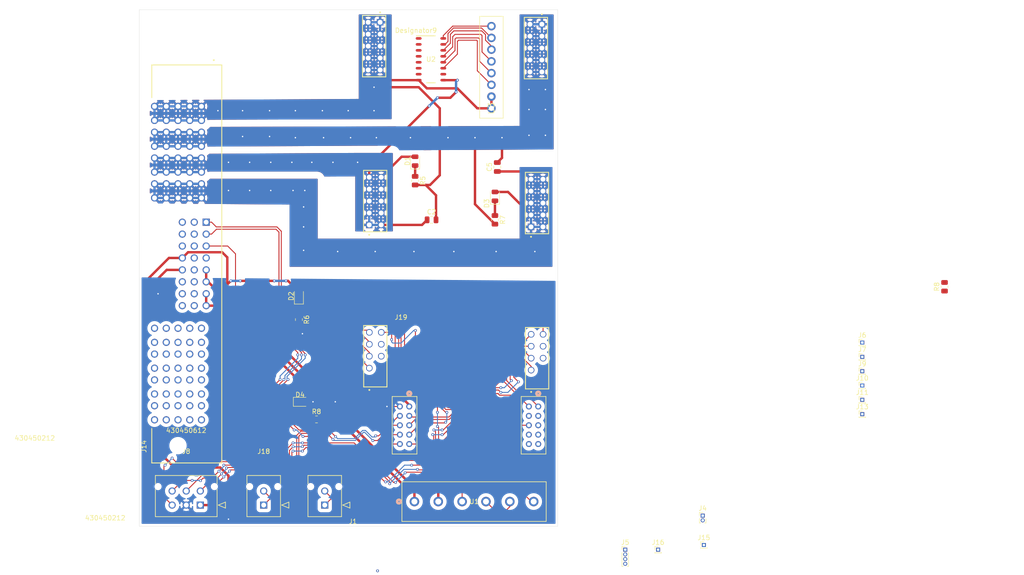
<source format=kicad_pcb>
(kicad_pcb (version 20240108) (generator "pcbnew") (generator_version "8.0")
  (layers (0 "F.Cu" signal) (31 "B.Cu" signal) (34 "B.Paste" user) (35 "F.Paste" user) (36 "B.SilkS" user "B.Silkscreen") (37 "F.SilkS" user "F.Silkscreen") (38 "B.Mask" user) (39 "F.Mask" user) (44 "Edge.Cuts" user))
  (net 0 "")
  (net 1 "12V_GND1")
  (net 2 "12V_1")
  (net 3 "12V_GND2")
  (net 4 "12V_2")
  (net 5 "Net-(D1-K)")
  (net 6 "5V")
  (net 7 "Net-(D2-K)")
  (net 8 "Net-(D3-K)")
  (net 9 "Net-(D4-K)")
  (net 12 "PWMA2")
  (net 13 "Telemetry")
  (net 14 "PWMA3")
  (net 15 "PWMA1")
  (net 16 "PWMA0")
  (net 17 "PWMB2")
  (net 18 "PWMB3")
  (net 20 "PWMB0")
  (net 21 "PWMB1")
  (net 23 "5V_GND")
  (net 24 "MOSI")
  (net 25 "CS")
  (net 26 "SCLK")
  (net 27 "MISO")
  (net 28 "PWMC0")
  (net 29 "PWMC1")
  (net 36 "P05")
  (net 38 "5V_GNDTB")
  (net 39 "GPIO4")
  (net 40 "SOL5_1")
  (net 41 "SOL2_1")
  (net 42 "GPIO6")
  (net 43 "GPIO3")
  (net 44 "GPIO2")
  (net 45 "GPIO5")
  (net 46 "SOL3_1")
  (net 47 "SOL1_1")
  (net 48 "SOL4_1")
  (net 49 "GPIO1")
  (net 50 "SOL6_1")
  (net 51 "SOL7_1")
  (net 52 "GPIO7")
  (net 53 "48V")
  (net 54 "48V_GND")
  (net 56 "P05_1")
  (net 60 "P06")
  (net 65 "P06_1")
  (net 66 "P05_2")
  (net 67 "P07")
  (net 68 "P08")
  (net 69 "P06_2")
  (net 70 "P05_3")
  (net 71 "P05_4")
  (net 72 "P05_5")
  (net 73 "P05_6")
  (net 74 "P06_3")
  (net 75 "P05_7")
  (net 76 "P06_4")
  (net 77 "P05_8")
  (net 78 "P08_1")
  (net 79 "P07_1")
  (net 80 "P06_5")
  (net 81 "P08_2")
  (net 82 "P06_6")
  (net 83 "P07_2")
  (net 84 "P08_3")
  (net 85 "P05_9")
  (net 86 "P07_3")
  (net 87 "P06_7")
  (net 88 "P08_4")
  (net 89 "P08_5")
  (net 90 "P07_4")
  (net 91 "P08_6")
  (net 92 "P06_8")
  (net 93 "P07_5")
  (net 94 "P08_7")
  (net 95 "P07_6")
  (net 96 "P08_8")
  (net 97 "P08_9")
  (net 98 "P07_7")
  (net 99 "P06_9")
  (net 100 "P07_8")
  (net 101 "P07_9")
  (net 102 "NRST_TB")
  (net 103 "NRST_PSB")
  (net 104 "NRST_ESCC")
  (net 105 "A_TB+")
  (net 106 "A+")
  (net 107 "A-")
  (net 108 "A_TB-")
  (footprint "Capacitor_SMD:C_0805_2012Metric" (layer "F.Cu") (at 169 74.5 90)
    (property "Reference" "C5")
    (property "Value" "180μF")
  )
  (footprint "ET60S-D04-3-08-D04-X-R1-S:SAMTEC_ET60S-D04-3-08-D04-X-R1-S" (layer "F.Cu") (at 101 94.96 90)
    (property "Reference" "J14")
    (property "Value" "ET60S-D04-3-08-D04-X-R1-S")
  )
  (footprint "Connector_PinHeader_1.00mm:PinHeader_1x01_P1.00mm_Vertical" (layer "F.Cu") (at 246.73 124.085)
    (property "Reference" "J11")
    (property "Value" "Conn_01x01")
  )
  (footprint "430450612:CON_430450612_MOL" (layer "F.Cu") (at 105.75 146.5)
    (property "Reference" "J8")
    (property "Value" "430450612")
  )
  (footprint "Resistor_SMD:R_0805_2012Metric" (layer "F.Cu") (at 126.75 107 -90)
    (property "Reference" "R6")
    (property "Value" "250")
  )
  (footprint "Connector_PinHeader_1.00mm:PinHeader_1x04_P1.00mm_Vertical" (layer "F.Cu") (at 196.25 156)
    (property "Reference" "J5")
    (property "Value" "Conn_01x04_Pin")
  )
  (footprint "430450212:CON_430450212_MOL" (layer "F.Cu") (at 119.25 146.5)
    (property "Reference" "J18")
    (property "Value" "430450212")
  )
  (footprint "Connector_PinHeader_1.00mm:PinHeader_1x01_P1.00mm_Vertical" (layer "F.Cu") (at 246.73 117.985)
    (property "Reference" "J9")
    (property "Value" "Conn_01x01")
  )
  (footprint "Connector_PinHeader_1.00mm:PinHeader_1x01_P1.00mm_Vertical" (layer "F.Cu") (at 246.73 111.885)
    (property "Reference" "J6")
    (property "Value" "Conn_01x01")
  )
  (footprint "LED_SMD:LED_0805_2012Metric" (layer "F.Cu") (at 168.5 80.75 90)
    (property "Reference" "D3")
    (property "Value" "LED")
  )
  (footprint "LED_SMD:LED_0805_2012Metric" (layer "F.Cu") (at 151.5 73.25 90)
    (property "Reference" "D1")
    (property "Value" "LED")
  )
  (footprint "LED_SMD:LED_0805_2012Metric" (layer "F.Cu") (at 127.25 124.5)
    (property "Reference" "D4")
    (property "Value" "LED")
  )
  (footprint "Resistor_SMD:R_0805_2012Metric" (layer "F.Cu") (at 151.5 77.4125 -90)
    (property "Reference" "R5")
    (property "Value" "600")
  )
  (footprint "Connector_PinHeader_1.00mm:PinHeader_1x02_P1.00mm_Vertical" (layer "F.Cu") (at 212.75 148.75)
    (property "Reference" "J4")
    (property "Value" "Conn_01x02_Pin")
  )
  (footprint "Connector_PinHeader_1.00mm:PinHeader_1x01_P1.00mm_Vertical" (layer "F.Cu") (at 246.73 127.135)
    (property "Reference" "J13")
    (property "Value" "Conn_01x01")
  )
  (footprint "Capacitor_SMD:C_0805_2012Metric" (layer "F.Cu") (at 155 85.75)
    (property "Reference" "C2")
    (property "Value" "180μF")
  )
  (footprint "LED_SMD:LED_0805_2012Metric" (layer "F.Cu") (at 126.75 102 90)
    (property "Reference" "D2")
    (property "Value" "LED")
  )
  (footprint "Resistor_SMD:R_0805_2012Metric" (layer "F.Cu") (at 264.25 100 90)
    (property "Reference" "R8")
    (property "Value" "4K")
  )
  (footprint "SolenoidFootPrint:PXC-8-RA-1778683" (layer "F.Cu") (at 167.75 62 90)
    (property "Reference" "U3")
    (property "Value" "SolenoidConn")
  )
  (footprint "282837_6:282837-6_TYC" (layer "F.Cu") (at 151.35 145.75)
    (property "Reference" "U1")
    (property "Value" "282837-6")
  )
  (footprint "ul_ULN2003ADfootprints:D0016A_L" (layer "F.Cu") (at 154.875001 51.555)
    (property "Reference" "U2")
    (property "Value" "ULN2003AD")
  )
  (footprint "DF11_10_DP_2DSA:CON10_2X5_UF_DF11_HIR" (layer "F.Cu") (at 149.228901 129.5)
    (property "Reference" "J19")
    (property "Value" "DF11-10DS-2DSA05" (hide yes))
  )
  (footprint "Connector_PinHeader_1.00mm:PinHeader_1x01_P1.00mm_Vertical" (layer "F.Cu") (at 213 155)
    (property "Reference" "J15")
    (property "Value" "Conn_01x01")
  )
  (footprint "Connector_PinHeader_1.00mm:PinHeader_1x01_P1.00mm_Vertical" (layer "F.Cu") (at 246.73 114.935)
    (property "Reference" "J7")
    (property "Value" "Conn_01x01")
  )
  (footprint "Connector_PinHeader_1.00mm:PinHeader_1x01_P1.00mm_Vertical" (layer "F.Cu") (at 246.73 121.035)
    (property "Reference" "J10")
    (property "Value" "Conn_01x01")
  )
  (footprint "ESCadapterfootprint:PWM, 12V, GND JST Connector (1)" (layer "F.Cu") (at 177.455 82.17 -90)
    (property "Reference" "J3" (hide yes))
    (property "Value" "IPS1-105-01-L-D")
  )
  (footprint "Connector_PinHeader_1.00mm:PinHeader_1x01_P1.00mm_Vertical" (layer "F.Cu") (at 203.25 156)
    (property "Reference" "J16")
    (property "Value" "Conn_01x01")
  )
  (footprint "ESCadapterfootprint:PWM, 12V, GND JST Connector (1)" (layer "F.Cu") (at 142.995 81.75 -90)
    (property "Reference" "J2" (hide yes))
    (property "Value" "IPS1-105-01-L-D")
  )
  (footprint "430450212:CON_430450212_MOL" (layer "F.Cu") (at 132.25 146.5)
    (property "Reference" "J1")
    (property "Value" "430450212")
  )
  (footprint "Resistor_SMD:R_0805_2012Metric" (layer "F.Cu") (at 168.5 85.75 -90)
    (property "Reference" "R7")
    (property "Value" "600")
  )
  (footprint "Resistor_SMD:R_0805_2012Metric" (layer "F.Cu") (at 130.5 128.25)
    (property "Reference" "R8")
    (property "Value" "4K")
  )
  (gr_line (start 92.7421 41.0036) (end 92.7421 151) (stroke (width 0.05)) (layer "Edge.Cuts"))
  (gr_line (start 92.7421 151) (end 181.9 151) (stroke (width 0.05)) (layer "Edge.Cuts"))
  (gr_line (start 181.9 41) (end 92.7421 41) (stroke (width 0.05)) (layer "Edge.Cuts"))
  (gr_line (start 181.9 151) (end 181.9 41) (stroke (width 0.05)) (layer "Edge.Cuts"))
  (via (at 143.5 160.5) (size 0.6) (drill 0.3) (layers "F.Cu" "B.Cu") (net 0))
  (segment (start 156.75 62) (end 152.25 57.5) (width 0.508) (layer "F.Cu") (net 1))
  (segment (start 167.75 62) (end 164.75 62) (width 0.508) (layer "F.Cu") (net 1))
  (segment (start 164.75 62) (end 160.5 57.75) (width 0.508) (layer "F.Cu") (net 1))
  (segment (start 156.75 76.25) (end 156.75 62) (width 0.508) (layer "F.Cu") (net 1))
  (segment (start 152.25 56) (end 146.21 56) (width 0.508) (layer "F.Cu") (net 1))
  (segment (start 153.75 78.325) (end 154.675 78.325) (width 0.508) (layer "F.Cu") (net 1))
  (segment (start 146.21 56) (end 144.04 53.83) (width 0.508) (layer "F.Cu") (net 1))
  (segment (start 167.75 59.5) (end 167.75 62) (width 0.508) (layer "F.Cu") (net 1))
  (segment (start 151.5 78.325) (end 153.75 78.325) (width 0.508) (layer "F.Cu") (net 1))
  (segment (start 160.5 57.75) (end 154 57.75) (width 0.508) (layer "F.Cu") (net 1))
  (segment (start 155.95 85.75) (end 155.95 80.525) (width 0.508) (layer "F.Cu") (net 1))
  (segment (start 145.17 57.5) (end 141.5 53.83) (width 0.508) (layer "F.Cu") (net 1))
  (segment (start 155.95 80.525) (end 153.75 78.325) (width 0.508) (layer "F.Cu") (net 1))
  (segment (start 154.675 78.325) (end 156.75 76.25) (width 0.508) (layer "F.Cu") (net 1))
  (segment (start 152.25 57.5) (end 145.17 57.5) (width 0.508) (layer "F.Cu") (net 1))
  (segment (start 154 57.75) (end 152.25 56) (width 0.508) (layer "F.Cu") (net 1))
  (via (at 114.75 62.5) (size 0.6) (drill 0.3) (layers "F.Cu" "B.Cu") (net 1))
  (via (at 142.75 57.5) (size 0.6) (drill 0.3) (layers "F.Cu" "B.Cu") (net 1))
  (via (at 109.5 62.5) (size 0.6) (drill 0.3) (layers "F.Cu" "B.Cu") (net 1))
  (via (at 142.75 62.5) (size 0.6) (drill 0.3) (layers "F.Cu" "B.Cu") (net 1))
  (via (at 131.75 62.5) (size 0.6) (drill 0.3) (layers "F.Cu" "B.Cu") (net 1))
  (via (at 126 62.5) (size 0.6) (drill 0.3) (layers "F.Cu" "B.Cu") (net 1))
  (via (at 137.25 62.5) (size 0.6) (drill 0.3) (layers "F.Cu" "B.Cu") (net 1))
  (via (at 120.5 62.5) (size 0.6) (drill 0.3) (layers "F.Cu" "B.Cu") (net 1))
  (segment (start 141.5 53.83) (end 144.04 53.83) (width 0.508) (layer "B.Cu") (net 1))
  (segment (start 141.5 43.67) (end 141.5 53.83) (width 0.508) (layer "B.Cu") (net 1))
  (segment (start 98.5 61.58) (end 98.5 64.58) (width 0.508) (layer "B.Cu") (net 1))
  (segment (start 96 61.58) (end 96 64.58) (width 0.508) (layer "B.Cu") (net 1))
  (segment (start 141.5 48.75) (end 144.04 48.75) (width 0.508) (layer "B.Cu") (net 1))
  (segment (start 141.5 51.29) (end 144.04 51.29) (width 0.508) (layer "B.Cu") (net 1))
  (segment (start 106 61.58) (end 106 64.58) (width 0.508) (layer "B.Cu") (net 1))
  (segment (start 103.5 61.58) (end 103.5 64.58) (width 0.508) (layer "B.Cu") (net 1))
  (segment (start 96 64.58) (end 106 64.58) (width 0.508) (layer "B.Cu") (net 1))
  (segment (start 101 61.58) (end 101 64.58) (width 0.508) (layer "B.Cu") (net 1))
  (segment (start 141.5 43.67) (end 144.04 43.67) (width 0.508) (layer "B.Cu") (net 1))
  (segment (start 141.5 46.21) (end 144.04 46.21) (width 0.508) (layer "B.Cu") (net 1))
  (segment (start 144.04 43.67) (end 144.04 53.83) (width 0.508) (layer "B.Cu") (net 1))
  (segment (start 96 61.58) (end 106 61.58) (width 0.508) (layer "B.Cu") (net 1))
  (segment (start 154.5 61.5) (end 141.725 74.275) (width 0.508) (layer "F.Cu") (net 2))
  (segment (start 141.725 74.275) (end 141.725 76.67) (width 0.508) (layer "F.Cu") (net 2))
  (segment (start 159.004 59.75) (end 156.25 59.75) (width 0.508) (layer "F.Cu") (net 2))
  (segment (start 148.6225 72.3125) (end 144.265 76.67) (width 0.508) (layer "F.Cu") (net 2))
  (segment (start 160.218841 58.535159) (end 159.004 59.75) (width 0.508) (layer "F.Cu") (net 2))
  (segment (start 144.265 86.83) (end 152.97 86.83) (width 0.508) (layer "F.Cu") (net 2))
  (segment (start 160.5 56) (end 157.5 56) (width 0.508) (layer "F.Cu") (net 2))
  (segment (start 152.97 86.83) (end 154.05 85.75) (width 0.508) (layer "F.Cu") (net 2))
  (segment (start 151.5 72.3125) (end 148.6225 72.3125) (width 0.508) (layer "F.Cu") (net 2))
  (via (at 134 73.5) (size 0.6) (drill 0.3) (layers "F.Cu" "B.Cu") (net 2))
  (via (at 116.25 73.5) (size 0.6) (drill 0.3) (layers "F.Cu" "B.Cu") (net 2))
  (via (at 129.5 73.5) (size 0.6) (drill 0.3) (layers "F.Cu" "B.Cu") (net 2))
  (via (at 111.75 73.5) (size 0.6) (drill 0.3) (layers "F.Cu" "B.Cu") (net 2))
  (via (at 154.5 61.5) (size 0.6) (drill 0.3) (layers "F.Cu" "B.Cu") (net 2))
  (via (at 156.25 59.75) (size 0.6) (drill 0.3) (layers "F.Cu" "B.Cu") (net 2))
  (via (at 120.75 73.5) (size 0.6) (drill 0.3) (layers "F.Cu" "B.Cu") (net 2))
  (via (at 160.5 56) (size 0.6) (drill 0.3) (layers "F.Cu" "B.Cu") (net 2))
  (via (at 139.25 73.5) (size 0.6) (drill 0.3) (layers "F.Cu" "B.Cu") (net 2))
  (via (at 160.218841 58.535159) (size 0.6) (drill 0.3) (layers "F.Cu" "B.Cu") (net 2))
  (via (at 125.25 73.5) (size 0.6) (drill 0.3) (layers "F.Cu" "B.Cu") (net 2))
  (segment (start 103.5 72.58) (end 103.5 75.58) (width 0.508) (layer "B.Cu") (net 2))
  (segment (start 96 75.58) (end 106 75.58) (width 0.508) (layer "B.Cu") (net 2))
  (segment (start 160.218841 56.281159) (end 160.5 56) (width 0.508) (layer "B.Cu") (net 2))
  (segment (start 160.218841 58.535159) (end 160.218841 56.281159) (width 0.508) (layer "B.Cu") (net 2))
  (segment (start 106 72.58) (end 106 75.58) (width 0.508) (layer "B.Cu") (net 2))
  (segment (start 144.265 76.67) (end 144.265 86.83) (width 0.508) (layer "B.Cu") (net 2))
  (segment (start 96 72.58) (end 96 75.58) (width 0.508) (layer "B.Cu") (net 2))
  (segment (start 98.5 75.58) (end 98.5 72.58) (width 0.508) (layer "B.Cu") (net 2))
  (segment (start 101 72.58) (end 101 75.58) (width 0.508) (layer "B.Cu") (net 2))
  (segment (start 141.725 81.75) (end 144.265 81.75) (width 0.508) (layer "B.Cu") (net 2))
  (segment (start 141.725 79.21) (end 144.265 79.21) (width 0.508) (layer "B.Cu") (net 2))
  (segment (start 141.725 76.67) (end 144.265 76.67) (width 0.508) (layer "B.Cu") (net 2))
  (segment (start 141.725 76.67) (end 141.725 86.83) (width 0.508) (layer "B.Cu") (net 2))
  (segment (start 141.725 86.83) (end 144.265 86.83) (width 0.508) (layer "B.Cu") (net 2))
  (segment (start 156.25 59.75) (end 154.5 61.5) (width 0.508) (layer "B.Cu") (net 2))
  (segment (start 96 72.58) (end 106 72.58) (width 0.508) (layer "B.Cu") (net 2))
  (segment (start 141.725 84.29) (end 144.265 84.29) (width 0.508) (layer "B.Cu") (net 2))
  (segment (start 170 72.55) (end 170 68.25) (width 0.508) (layer "F.Cu") (net 3))
  (segment (start 168.5 86.6625) (end 164.25 82.4125) (width 0.508) (layer "F.Cu") (net 3))
  (segment (start 169 73.55) (end 170 72.55) (width 0.508) (layer "F.Cu") (net 3))
  (segment (start 164.25 82.4125) (end 164.25 68.25) (width 0.508) (layer "F.Cu") (net 3))
  (via (at 175.75 67.75) (size 0.6) (drill 0.3) (layers "F.Cu" "B.Cu") (net 3))
  (via (at 175.75 62.25) (size 0.6) (drill 0.3) (layers "F.Cu" "B.Cu") (net 3))
  (via (at 120.5 68) (size 0.6) (drill 0.3) (layers "F.Cu" "B.Cu") (net 3))
  (via (at 114.75 68) (size 0.6) (drill 0.3) (layers "F.Cu" "B.Cu") (net 3))
  (via (at 158.5 68.25) (size 0.6) (drill 0.3) (layers "F.Cu" "B.Cu") (net 3))
  (via (at 150.5 68.25) (size 0.6) (drill 0.3) (layers "F.Cu" "B.Cu") (net 3))
  (via (at 179.25 62.25) (size 0.6) (drill 0.3) (layers "F.Cu" "B.Cu") (net 3))
  (via (at 126 68.25) (size 0.6) (drill 0.3) (layers "F.Cu" "B.Cu") (net 3))
  (via (at 179.25 58) (size 0.6) (drill 0.3) (layers "F.Cu" "B.Cu") (net 3))
  (via (at 132 68.25) (size 0.6) (drill 0.3) (layers "F.Cu" "B.Cu") (net 3))
  (via (at 170 68.25) (size 0.6) (drill 0.3) (layers "F.Cu" "B.Cu") (net 3))
  (via (at 175.75 58) (size 0.6) (drill 0.3) (layers "F.Cu" "B.Cu") (net 3))
  (via (at 179.25 67.75) (size 0.6) (drill 0.3) (layers "F.Cu" "B.Cu") (net 3))
  (via (at 137.75 68.25) (size 0.6) (drill 0.3) (layers "F.Cu" "B.Cu") (net 3))
  (via (at 143.25 68.25) (size 0.6) (drill 0.3) (layers "F.Cu" "B.Cu") (net 3))
  (via (at 164.25 68.25) (size 0.6) (drill 0.3) (layers "F.Cu" "B.Cu") (net 3))
  (segment (start 175.96 49.17) (end 178.5 49.17) (width 0.508) (layer "B.Cu") (net 3))
  (segment (start 98.5 67.08) (end 98.5 70.08) (width 0.508) (layer "B.Cu") (net 3))
  (segment (start 106 70.08) (end 106 67.08) (width 0.508) (layer "B.Cu") (net 3))
  (segment (start 101 67.08) (end 101 70.08) (width 0.508) (layer "B.Cu") (net 3))
  (segment (start 175.96 54.25) (end 178.5 54.25) (width 0.508) (layer "B.Cu") (net 3))
  (segment (start 175.96 51.71) (end 178.5 51.71) (width 0.508) (layer "B.Cu") (net 3))
  (segment (start 175.96 44.09) (end 175.96 54.25) (width 0.508) (layer "B.Cu") (net 3))
  (segment (start 96 67.08) (end 96 70.08) (width 0.508) (layer "B.Cu") (net 3))
  (segment (start 96 67.08) (end 106 67.08) (width 0.508) (layer "B.Cu") (net 3))
  (segment (start 103.5 67.08) (end 103.5 70.08) (width 0.508) (layer "B.Cu") (net 3))
  (segment (start 96 70.08) (end 106 70.08) (width 0.508) (layer "B.Cu") (net 3))
  (segment (start 178.5 44.09) (end 178.5 54.25) (width 0.508) (layer "B.Cu") (net 3))
  (segment (start 175.96 46.63) (end 178.5 46.63) (width 0.508) (layer "B.Cu") (net 3))
  (segment (start 175.96 44.09) (end 178.5 44.09) (width 0.508) (layer "B.Cu") (net 3))
  (segment (start 168.5 79.8125) (end 171.2875 79.8125) (width 0.508) (layer "F.Cu") (net 4))
  (segment (start 174.545 75.45) (end 176.185 77.09) (width 0.508) (layer "F.Cu") (net 4))
  (segment (start 169 75.45) (end 174.545 75.45) (width 0.508) (layer "F.Cu") (net 4))
  (segment (start 171.2875 79.8125) (end 176.185 84.71) (width 0.508) (layer "F.Cu") (net 4))
  (via (at 125.5 79.5) (size 0.6) (drill 0.3) (layers "F.Cu" "B.Cu") (net 4))
  (via (at 120.75 79.5) (size 0.6) (drill 0.3) (layers "F.Cu" "B.Cu") (net 4))
  (via (at 116.25 79.5) (size 0.6) (drill 0.3) (layers "F.Cu" "B.Cu") (net 4))
  (via (at 128 79.5) (size 0.6) (drill 0.3) (layers "F.Cu" "B.Cu") (net 4))
  (via (at 151.25 92.5) (size 0.6) (drill 0.3) (layers "F.Cu" "B.Cu") (net 4))
  (via (at 177 92.5) (size 0.6) (drill 0.3) (layers "F.Cu" "B.Cu") (net 4))
  (via (at 135 92.5) (size 0.6) (drill 0.3) (layers "F.Cu" "B.Cu") (net 4))
  (via (at 111.75 79.5) (size 0.6) (drill 0.3) (layers "F.Cu" "B.Cu") (net 4))
  (via (at 159.75 92.5) (size 0.6) (drill 0.3) (layers "F.Cu" "B.Cu") (net 4))
  (via (at 127.75 83) (size 0.6) (drill 0.3) (layers "F.Cu" "B.Cu") (net 4))
  (via (at 168.75 92.5) (size 0.6) (drill 0.3) (layers "F.Cu" "B.Cu") (net 4))
  (via (at 127.75 92.25) (size 0.6) (drill 0.3) (layers "F.Cu" "B.Cu") (net 4))
  (via (at 143 92.5) (size 0.6) (drill 0.3) (layers "F.Cu" "B.Cu") (net 4))
  (via (at 127.75 87.25) (size 0.6) (drill 0.3) (layers "F.Cu" "B.Cu") (net 4))
  (segment (start 98.5 78.08) (end 101 78.08) (width 0.508) (layer "B.Cu") (net 4))
  (segment (start 98.5 78.08) (end 98.5 81.08) (width 0.508) (layer "B.Cu") (net 4))
  (segment (start 101 81.08) (end 103.5 81.08) (width 0.508) (layer "B.Cu") (net 4))
  (segment (start 103.5 81.08) (end 106 81.08) (width 0.508) (layer "B.Cu") (net 4))
  (segment (start 106 81.08) (end 106 78.08) (width 0.508) (layer "B.Cu") (net 4))
  (segment (start 176.185 77.09) (end 176.185 87.25) (width 0.508) (layer "B.Cu") (net 4))
  (segment (start 178.725 87.25) (end 178.725 77.09) (width 0.508) (layer "B.Cu") (net 4))
  (segment (start 106 78.08) (end 103.5 78.08) (width 0.508) (layer "B.Cu") (net 4))
  (segment (start 96 78.08) (end 98.5 78.08) (width 0.508) (layer "B.Cu") (net 4))
  (segment (start 178.725 77.09) (end 176.185 77.09) (width 0.508) (layer "B.Cu") (net 4))
  (segment (start 176.185 84.71) (end 178.725 84.71) (width 0.508) (layer "B.Cu") (net 4))
  (segment (start 96 81.08) (end 98.5 81.08) (width 0.508) (layer "B.Cu") (net 4))
  (segment (start 176.185 79.63) (end 178.725 79.63) (width 0.508) (layer "B.Cu") (net 4))
  (segment (start 101 78.08) (end 101 81.08) (width 0.508) (layer "B.Cu") (net 4))
  (segment (start 176.185 87.25) (end 178.725 87.25) (width 0.508) (layer "B.Cu") (net 4))
  (segment (start 101 78.08) (end 103.5 78.08) (width 0.508) (layer "B.Cu") (net 4))
  (segment (start 178.725 82.17) (end 176.185 82.17) (width 0.508) (layer "B.Cu") (net 4))
  (segment (start 98.5 81.08) (end 101 81.08) (width 0.508) (layer "B.Cu") (net 4))
  (segment (start 96 78.08) (end 96 81.08) (width 0.508) (layer "B.Cu") (net 4))
  (segment (start 103.5 78.08) (end 103.5 81.08) (width 0.508) (layer "B.Cu") (net 4))
  (segment (start 151.5 74.1875) (end 151.5 76.5) (width 0.508) (layer "F.Cu") (net 5))
  (segment (start 150.250001 125.183683) (end 150.250001 125.5) (width 0.508) (layer "F.Cu") (net 6))
  (segment (start 147.316318 122.25) (end 150.250001 125.183683) (width 0.508) (layer "F.Cu") (net 6))
  (segment (start 99.063682 93.87) (end 101.92 93.87) (width 0.508) (layer "F.Cu") (net 6))
  (segment (start 108 146.5) (end 111.75 142.75) (width 0.508) (layer "F.Cu") (net 6))
  (segment (start 110.401 92.651) (end 111.5 93.75) (width 0.508) (layer "F.Cu") (net 6))
  (segment (start 94 98.933682) (end 99.063682 93.87) (width 0.508) (layer "F.Cu") (net 6))
  (segment (start 110 138.5) (end 100.25 138.5) (width 0.508) (layer "F.Cu") (net 6))
  (segment (start 124.4375 98.75) (end 126.75 101.0625) (width 0.508) (layer "F.Cu") (net 6))
  (segment (start 132.5 122.25) (end 147.316318 122.25) (width 0.508) (layer "F.Cu") (net 6))
  (segment (start 103.139 92.651) (end 110.401 92.651) (width 0.508) (layer "F.Cu") (net 6))
  (segment (start 111.5 93.75) (end 111.5 101.25) (width 0.508) (layer "F.Cu") (net 6))
  (segment (start 94 132.25) (end 94 98.933682) (width 0.508) (layer "F.Cu") (net 6))
  (segment (start 101.92 93.87) (end 103.139 92.651) (width 0.508) (layer "F.Cu") (net 6))
  (segment (start 111.75 142.75) (end 111.75 140.25) (width 0.508) (layer "F.Cu") (net 6))
  (segment (start 114.25 98.75) (end 121.5 98.75) (width 0.508) (layer "F.Cu") (net 6))
  (segment (start 105.75 146.5) (end 108 146.5) (width 0.508) (layer "F.Cu") (net 6))
  (segment (start 111.75 140.25) (end 110 138.5) (width 0.508) (layer "F.Cu") (net 6))
  (segment (start 100.25 138.5) (end 94 132.25) (width 0.508) (layer "F.Cu") (net 6))
  (segment (start 124 98.75) (end 124.4375 98.75) (width 0.508) (layer "F.Cu") (net 6))
  (segment (start 111.5 99.5) (end 112.25 98.75) (width 0.508) (layer "F.Cu") (net 6))
  (segment (start 111.5 101.25) (end 132.5 122.25) (width 0.508) (layer "F.Cu") (net 6))
  (via (at 114.25 98.75) (size 0.6) (drill 0.3) (layers "F.Cu" "B.Cu") (net 6))
  (via (at 124 98.75) (size 0.6) (drill 0.3) (layers "F.Cu" "B.Cu") (net 6))
  (via (at 112.25 98.75) (size 0.6) (drill 0.3) (layers "F.Cu" "B.Cu") (net 6))
  (via (at 121.5 98.75) (size 0.6) (drill 0.3) (layers "F.Cu" "B.Cu") (net 6))
  (segment (start 112.25 98.75) (end 114.25 98.75) (width 0.508) (layer "B.Cu") (net 6))
  (segment (start 121.5 98.75) (end 124 98.75) (width 0.508) (layer "B.Cu") (net 6))
  (segment (start 126.75 102.9375) (end 126.75 106.0875) (width 0.508) (layer "F.Cu") (net 7))
  (segment (start 168.5 81.6875) (end 168.5 84.8375) (width 0.508) (layer "F.Cu") (net 8))
  (segment (start 124.5 124.75) (end 124.5 126.75) (width 0.508) (layer "F.Cu") (net 9))
  (segment (start 124.5 126.75) (end 126 128.25) (width 0.508) (layer "F.Cu") (net 9))
  (segment (start 124.75 124.5) (end 124.5 124.75) (width 0.508) (layer "F.Cu") (net 9))
  (segment (start 126.3125 124.5) (end 124.75 124.5) (width 0.508) (layer "F.Cu") (net 9))
  (segment (start 126 128.25) (end 129.5875 128.25) (width 0.508) (layer "F.Cu") (net 9))
  (segment (start 148 116.75) (end 158 126.75) (width 0.2) (layer "F.Cu") (net 12))
  (segment (start 152.750002 129) (end 150.250001 131.500001) (width 0.2) (layer "F.Cu") (net 12))
  (segment (start 141.75 111.75) (end 140 110) (width 0.2) (layer "F.Cu") (net 12))
  (segment (start 158 126.75) (end 158.25 126.75) (width 0.2) (layer "F.Cu") (net 12))
  (segment (start 148 109.434314) (end 148 116.75) (width 0.2) (layer "F.Cu") (net 12))
  (segment (start 137.5 105.25) (end 143.815686 105.25) (width 0.2) (layer "F.Cu") (net 12))
  (segment (start 140 110) (end 136.25 110) (width 0.2) (layer "F.Cu") (net 12))
  (segment (start 141.75 112.25) (end 141.75 111.75) (width 0.2) (layer "F.Cu") (net 12))
  (segment (start 143.815686 105.25) (end 148 109.434314) (width 0.2) (layer "F.Cu") (net 12))
  (segment (start 135.5 109.25) (end 135.5 107.25) (width 0.2) (layer "F.Cu") (net 12))
  (segment (start 136.25 110) (end 135.5 109.25) (width 0.2) (layer "F.Cu") (net 12))
  (segment (start 158 128.85) (end 157.85 129) (width 0.2) (layer "F.Cu") (net 12))
  (segment (start 157.85 129) (end 152.750002 129) (width 0.2) (layer "F.Cu") (net 12))
  (segment (start 135.5 107.25) (end 137.5 105.25) (width 0.2) (layer "F.Cu") (net 12))
  (via (at 158 128.85) (size 0.6) (drill 0.3) (layers "F.Cu" "B.Cu") (net 12))
  (via (at 158.25 126.75) (size 0.6) (drill 0.3) (layers "F.Cu" "B.Cu") (net 12))
  (segment (start 158.25 128.6) (end 158 128.85) (width 0.2) (layer "B.Cu") (net 12))
  (segment (start 158.25 126.75) (end 158.25 128.6) (width 0.2) (layer "B.Cu") (net 12))
  (segment (start 146.5 110) (end 146.21 109.71) (width 0.2) (layer "F.Cu") (net 13))
  (segment (start 146.5 111.25) (end 146.5 110) (width 0.2) (layer "F.Cu") (net 13))
  (segment (start 174.25 108.5) (end 174.75 108) (width 0.2) (layer "F.Cu") (net 13))
  (segment (start 178.5 108) (end 178.75 108.25) (width 0.2) (layer "F.Cu") (net 13))
  (segment (start 174.75 108) (end 178.5 108) (width 0.2) (layer "F.Cu") (net 13))
  (segment (start 155 121) (end 168.75 121) (width 0.2) (layer "F.Cu") (net 13))
  (segment (start 178.75 108.25) (end 178.75 110.13) (width 0.2) (layer "F.Cu") (net 13))
  (segment (start 151.5625 117.5625) (end 155 121) (width 0.2) (layer "F.Cu") (net 13))
  (segment (start 168.75 121) (end 169.5 120.25) (width 0.2) (layer "F.Cu") (net 13))
  (segment (start 169.5 120.25) (end 169.5 115.75) (width 0.2) (layer "F.Cu") (net 13))
  (segment (start 174.25 111) (end 174.25 108.5) (width 0.2) (layer "F.Cu") (net 13))
  (segment (start 169.5 115.75) (end 174.25 111) (width 0.2) (layer "F.Cu") (net 13))
  (segment (start 151.5625 109.3125) (end 151.5625 117.5625) (width 0.2) (layer "F.Cu") (net 13))
  (segment (start 146.21 109.71) (end 144.29 109.71) (width 0.2) (layer "F.Cu") (net 13))
  (via (at 151.5625 109.3125) (size 0.6) (drill 0.3) (layers "F.Cu" "B.Cu") (net 13))
  (via (at 146.5 111.25) (size 0.6) (drill 0.3) (layers "F.Cu" "B.Cu") (net 13))
  (segment (start 146.75 112) (end 146.5 111.75) (width 0.2) (layer "B.Cu") (net 13))
  (segment (start 151.5625 109.3125) (end 151.1875 109.3125) (width 0.2) (layer "B.Cu") (net 13))
  (segment (start 146.5 111.75) (end 146.5 111.25) (width 0.2) (layer "B.Cu") (net 13))
  (segment (start 148.5 112) (end 146.75 112) (width 0.2) (layer "B.Cu") (net 13))
  (segment (start 151.1875 109.3125) (end 148.5 112) (width 0.2) (layer "B.Cu") (net 13))
  (segment (start 156.25 129.75) (end 156.5 130) (width 0.2) (layer "F.Cu") (net 14))
  (segment (start 155 137) (end 146.25 137) (width 0.2) (layer "F.Cu") (net 14))
  (segment (start 156.25 125.75) (end 156.25 126.75) (width 0.2) (layer "F.Cu") (net 14))
  (segment (start 141.75 109.71) (end 141.29 109.25) (width 0.2) (layer "F.Cu") (net 14))
  (segment (start 136.25 107.625) (end 137.875 106) (width 0.2) (layer "F.Cu") (net 14))
  (segment (start 147.25 109.75) (end 147.25 116.75) (width 0.2) (layer "F.Cu") (net 14))
  (segment (start 145 135.75) (end 145 132) (width 0.2) (layer "F.Cu") (net 14))
  (segment (start 147.25 116.75) (end 156.25 125.75) (width 0.2) (layer "F.Cu") (net 14))
  (segment (start 156.5 135.5) (end 155 137) (width 0.2) (layer "F.Cu") (net 14))
  (segment (start 141.29 109.25) (end 136.75 109.25) (width 0.2) (layer "F.Cu") (net 14))
  (segment (start 136.25 108.75) (end 136.25 107.625) (width 0.2) (layer "F.Cu") (net 14))
  (segment (start 137.875 106) (end 143.5 106) (width 0.2) (layer "F.Cu") (net 14))
  (segment (start 156.5 130) (end 156.5 135.5) (width 0.2) (layer "F.Cu") (net 14))
  (segment (start 143.5 106) (end 147.25 109.75) (width 0.2) (layer "F.Cu") (net 14))
  (segment (start 146.25 137) (end 145 135.75) (width 0.2) (layer "F.Cu") (net 14))
  (segment (start 145.499999 131.500001) (end 145 132) (width 0.2) (layer "F.Cu") (net 14))
  (segment (start 136.75 109.25) (end 136.25 108.75) (width 0.2) (layer "F.Cu") (net 14))
  (segment (start 148.25 131.500001) (end 145.499999 131.500001) (width 0.2) (layer "F.Cu") (net 14))
  (via (at 156.25 129.75) (size 0.6) (drill 0.3) (layers "F.Cu" "B.Cu") (net 14))
  (via (at 156.25 126.75) (size 0.6) (drill 0.3) (layers "F.Cu" "B.Cu") (net 14))
  (segment (start 156.25 126.75) (end 156.25 129.75) (width 0.2) (layer "B.Cu") (net 14))
  (segment (start 158.057843 126.15) (end 148.5 116.592157) (width 0.2) (layer "F.Cu") (net 15))
  (segment (start 150.250001 127.499999) (end 150.500002 127.75) (width 0.2) (layer "F.Cu") (net 15))
  (segment (start 150.500002 127.75) (end 158.684314 127.75) (width 0.2) (layer "F.Cu") (net 15))
  (segment (start 135 109.5) (end 136.25 110.75) (width 0.2) (layer "F.Cu") (net 15))
  (segment (start 141.75 114) (end 141.75 114.79) (width 0.2) (layer "F.Cu") (net 15))
  (segment (start 159.85 126.35) (end 159.65 126.15) (width 0.2) (layer "F.Cu") (net 15))
  (segment (start 136.75 104.75) (end 135 106.5) (width 0.2) (layer "F.Cu") (net 15))
  (segment (start 138.5 110.75) (end 141.75 114) (width 0.2) (layer "F.Cu") (net 15))
  (segment (start 159.85 126.584314) (end 159.85 126.35) (width 0.2) (layer "F.Cu") (net 15))
  (segment (start 148.5 116.592157) (end 148.5 109) (width 0.2) (layer "F.Cu") (net 15))
  (segment (start 148.5 109) (end 144.25 104.75) (width 0.2) (layer "F.Cu") (net 15))
  (segment (start 136.25 110.75) (end 138.5 110.75) (width 0.2) (layer "F.Cu") (net 15))
  (segment (start 159.65 126.15) (end 158.057843 126.15) (width 0.2) (layer "F.Cu") (net 15))
  (segment (start 158.684314 127.75) (end 159.85 126.584314) (width 0.2) (layer "F.Cu") (net 15))
  (segment (start 144.25 104.75) (end 136.75 104.75) (width 0.2) (layer "F.Cu") (net 15))
  (segment (start 135 106.5) (end 135 109.5) (width 0.2) (layer "F.Cu") (net 15))
  (segment (start 151.500001 128.25) (end 150.250001 129.5) (width 0.2) (layer "F.Cu") (net 16))
  (segment (start 158.75 128.25) (end 151.500001 128.25) (width 0.2) (layer "F.Cu") (net 16))
  (segment (start 134.25 109.75) (end 134.25 106) (width 0.2) (layer "F.Cu") (net 16))
  (segment (start 141.75 117.33) (end 140 115.58) (width 0.2) (layer "F.Cu") (net 16))
  (segment (start 158.5 125.75) (end 159.815686 125.75) (width 0.2) (layer "F.Cu") (net 16))
  (segment (start 160.25 126.75) (end 158.75 128.25) (width 0.2) (layer "F.Cu") (net 16))
  (segment (start 136.25 104) (end 145.25 104) (width 0.2) (layer "F.Cu") (net 16))
  (segment (start 149.25 108) (end 149.25 116.5) (width 0.2) (layer "F.Cu") (net 16))
  (segment (start 138 111.5) (end 136 111.5) (width 0.2) (layer "F.Cu") (net 16))
  (segment (start 159.815686 125.75) (end 160.25 126.184314) (width 0.2) (layer "F.Cu") (net 16))
  (segment (start 136 111.5) (end 134.25 109.75) (width 0.2) (layer "F.Cu") (net 16))
  (segment (start 160.25 126.184314) (end 160.25 126.75) (width 0.2) (layer "F.Cu") (net 16))
  (segment (start 140 115.58) (end 140 113.5) (width 0.2) (layer "F.Cu") (net 16))
  (segment (start 141.75 117.33) (end 141.75 117.165) (width 0.2) (layer "F.Cu") (net 16))
  (segment (start 145.25 104) (end 149.25 108) (width 0.2) (layer "F.Cu") (net 16))
  (segment (start 149.25 116.5) (end 158.5 125.75) (width 0.2) (layer "F.Cu") (net 16))
  (segment (start 140 113.5) (end 138 111.5) (width 0.2) (layer "F.Cu") (net 16))
  (segment (start 134.25 106) (end 136.25 104) (width 0.2) (layer "F.Cu") (net 16))
  (segment (start 173.75 122.75) (end 174.970902 122.75) (width 0.2) (layer "F.Cu") (net 17))
  (segment (start 171 116.25) (end 171 120) (width 0.2) (layer "F.Cu") (net 17))
  (segment (start 171 120) (end 173.75 122.75) (width 0.2) (layer "F.Cu") (net 17))
  (segment (start 174.58 112.67) (end 171 116.25) (width 0.2) (layer "F.Cu") (net 17))
  (segment (start 174.970902 122.75) (end 177.720902 125.5) (width 0.2) (layer "F.Cu") (net 17))
  (segment (start 176.21 112.67) (end 174.58 112.67) (width 0.2) (layer "F.Cu") (net 17))
  (segment (start 170.25 120.029099) (end 175.720901 125.5) (width 0.2) (layer "F.Cu") (net 18))
  (segment (start 170.25 116.09) (end 170.25 120.029099) (width 0.2) (layer "F.Cu") (net 18))
  (segment (start 176.21 110.13) (end 170.25 116.09) (width 0.2) (layer "F.Cu") (net 18))
  (segment (start 161.25 125.75) (end 161.25 127.75) (width 0.2) (layer "F.Cu") (net 20))
  (segment (start 161.25 127.75) (end 157.5 131.5) (width 0.2) (layer "F.Cu") (net 20))
  (segment (start 157.75 123) (end 157.75 123.75) (width 0.2) (layer "F.Cu") (net 20))
  (segment (start 158.75 122) (end 157.75 123) (width 0.2) (layer "F.Cu") (net 20))
  (segment (start 154.75 133.5) (end 154.749999 133.499999) (width 0.2) (layer "F.Cu") (net 20))
  (segment (start 157.75 123.75) (end 158.75 124.75) (width 0.2) (layer "F.Cu") (net 20))
  (segment (start 174.25 115) (end 174 115) (width 0.2) (layer "F.Cu") (net 20))
  (segment (start 158.75 124.75) (end 160.25 124.75) (width 0.2) (layer "F.Cu") (net 20))
  (segment (start 176.21 116.96) (end 174.25 115) (width 0.2) (layer "F.Cu") (net 20))
  (segment (start 155.25 131.5) (end 155.45 131.7) (width 0.2) (layer "F.Cu") (net 20))
  (segment (start 169.75 122.5) (end 169.25 122) (width 0.2) (layer "F.Cu") (net 20))
  (segment (start 155.45 131.7) (end 155.45 132.8) (width 0.2) (layer "F.Cu") (net 20))
  (segment (start 176.21 117.75) (end 176.21 116.96) (width 0.2) (layer "F.Cu") (net 20))
  (segment (start 154.749999 133.499999) (end 150.250001 133.499999) (width 0.2) (layer "F.Cu") (net 20))
  (segment (start 172.5 116.5) (end 172.5 119.25) (width 0.2) (layer "F.Cu") (net 20))
  (segment (start 169.25 122) (end 158.75 122) (width 0.2) (layer "F.Cu") (net 20))
  (segment (start 172.5 119.25) (end 173.5 120.25) (width 0.2) (layer "F.Cu") (net 20))
  (segment (start 157.5 131.5) (end 157.25 131.5) (width 0.2) (layer "F.Cu") (net 20))
  (segment (start 174 115) (end 172.5 116.5) (width 0.2) (layer "F.Cu") (net 20))
  (segment (start 155.45 132.8) (end 154.75 133.5) (width 0.2) (layer "F.Cu") (net 20))
  (segment (start 160.25 124.75) (end 161.25 125.75) (width 0.2) (layer "F.Cu") (net 20))
  (via (at 173.5 120.25) (size 0.6) (drill 0.3) (layers "F.Cu" "B.Cu") (net 20))
  (via (at 157.25 131.5) (size 0.6) (drill 0.3) (layers "F.Cu" "B.Cu") (net 20))
  (via (at 155.25 131.5) (size 0.6) (drill 0.3) (layers "F.Cu" "B.Cu") (net 20))
  (via (at 169.75 122.5) (size 0.6) (drill 0.3) (layers "F.Cu" "B.Cu") (net 20))
  (segment (start 173.5 120.25) (end 171.25 122.5) (width 0.2) (layer "B.Cu") (net 20))
  (segment (start 157.25 131.5) (end 155.25 131.5) (width 0.2) (layer "B.Cu") (net 20))
  (segment (start 171.25 122.5) (end 169.75 122.5) (width 0.2) (layer "B.Cu") (net 20))
  (segment (start 154.684314 136.5) (end 146.5 136.5) (width 0.2) (layer "F.Cu") (net 21))
  (segment (start 176.21 115.21) (end 174.75 113.75) (width 0.2) (layer "F.Cu") (net 21))
  (segment (start 157.25 130.5) (end 157.5 130.5) (width 0.2) (layer "F.Cu") (net 21))
  (segment (start 157 123.684314) (end 157 122.75) (width 0.2) (layer "F.Cu") (net 21))
  (segment (start 171.75 116.5) (end 171.75 119.75) (width 0.2) (layer "F.Cu") (net 21))
  (segment (start 159.981372 125.35) (end 158.665686 125.35) (width 0.2) (layer "F.Cu") (net 21))
  (segment (start 158.25 121.5) (end 169.75 121.5) (width 0.2) (layer "F.Cu") (net 21))
  (segment (start 171.75 119.75) (end 172 120) (width 0.2) (layer "F.Cu") (net 21))
  (segment (start 160.65 126.018628) (end 159.981372 125.35) (width 0.2) (layer "F.Cu") (net 21))
  (segment (start 155.85 130.85) (end 155.85 135.334314) (width 0.2) (layer "F.Cu") (net 21))
  (segment (start 174.75 113.75) (end 174.5 113.75) (width 0.2) (layer "F.Cu") (net 21))
  (segment (start 155.85 135.334314) (end 154.684314 136.5) (width 0.2) (layer "F.Cu") (net 21))
  (segment (start 157 122.75) (end 158.25 121.5) (width 0.2) (layer "F.Cu") (net 21))
  (segment (start 146.5 136.5) (end 145.5 135.5) (width 0.2) (layer "F.Cu") (net 21))
  (segment (start 146.000001 133.499999) (end 145.5 134) (width 0.2) (layer "F.Cu") (net 21))
  (segment (start 155.5 130.5) (end 155.85 130.85) (width 0.2) (layer "F.Cu") (net 21))
  (segment (start 157.5 130.5) (end 160.65 127.35) (width 0.2) (layer "F.Cu") (net 21))
  (segment (start 145.5 135.5) (end 145.5 134) (width 0.2) (layer "F.Cu") (net 21))
  (segment (start 158.665686 125.35) (end 157 123.684314) (width 0.2) (layer "F.Cu") (net 21))
  (segment (start 174.5 113.75) (end 171.75 116.5) (width 0.2) (layer "F.Cu") (net 21))
  (segment (start 148.25 133.499999) (end 146.000001 133.499999) (width 0.2) (layer "F.Cu") (net 21))
  (segment (start 160.65 127.35) (end 160.65 126.018628) (width 0.2) (layer "F.Cu") (net 21))
  (via (at 169.75 121.5) (size 0.6) (drill 0.3) (layers "F.Cu" "B.Cu") (net 21))
  (via (at 172 120) (size 0.6) (drill 0.3) (layers "F.Cu" "B.Cu") (net 21))
  (via (at 157.25 130.5) (size 0.6) (drill 0.3) (layers "F.Cu" "B.Cu") (net 21))
  (via (at 155.5 130.5) (size 0.6) (drill 0.3) (layers "F.Cu" "B.Cu") (net 21))
  (segment (start 170.25 121.5) (end 169.75 121.5) (width 0.2) (layer "B.Cu") (net 21))
  (segment (start 157.25 130.5) (end 155.5 130.5) (width 0.2) (layer "B.Cu") (net 21))
  (segment (start 172 120) (end 170.5 121.5) (width 0.2) (layer "B.Cu") (net 21))
  (segment (start 170.5 121.5) (end 170.25 121.5) (width 0.2) (layer "B.Cu") (net 21))
  (segment (start 102.750001 146.5) (end 105.750001 149.5) (width 0.508) (layer "F.Cu") (net 23))
  (segment (start 145.5 125.5) (end 148.25 125.5) (width 0.2) (layer "F.Cu") (net 23))
  (segment (start 98.59 96.41) (end 97.5 97.5) (width 0.508) (layer "F.Cu") (net 23))
  (segment (start 97.5 97.5) (end 96.75 98.25) (width 0.508) (layer "F.Cu") (net 23))
  (segment (start 126.75 109.25) (end 127.5 110) (width 0.508) (layer "F.Cu") (net 23))
  (segment (start 101.92 96.41) (end 98.59 96.41) (width 0.508) (layer "F.Cu") (net 23))
  (segment (start 105.750001 149.5) (end 111.75 149.5) (width 0.508) (layer "F.Cu") (net 23))
  (segment (start 126.75 107.9125) (end 126.75 109.25) (width 0.508) (layer "F.Cu") (net 23))
  (segment (start 96.75 98.25) (end 96.75 101.5) (width 0.508) (layer "F.Cu") (net 23))
  (via (at 145.5 125.5) (size 0.6) (drill 0.3) (layers "F.Cu" "B.Cu") (net 23))
  (via (at 96.75 101.5) (size 0.6) (drill 0.3) (layers "F.Cu" "B.Cu") (net 23))
  (via (at 111.75 149.5) (size 0.6) (drill 0.3) (layers "F.Cu" "B.Cu") (net 23))
  (via (at 127.5 110) (size 0.6) (drill 0.3) (layers "F.Cu" "B.Cu") (net 23))
  (segment (start 111.326019 138.6) (end 111.426019 138.5) (width 0.2) (layer "F.Cu") (net 38))
  (segment (start 146.086352 141.586352) (end 138.25 133.75) (width 0.2) (layer "F.Cu") (net 38))
  (segment (start 109.385374 140.75) (end 106.348532 140.75) (width 0.2) (layer "F.Cu") (net 38))
  (segment (start 99.750002 143.500001) (end 102.000003 141.25) (width 0.2) (layer "F.Cu") (net 38))
  (segment (start 124.75 134.848529) (end 125.524263 134.074266) (width 0.2) (layer "F.Cu") (net 38))
  (segment (start 106.348532 140.75) (end 105.799266 141.299266) (width 0.2) (layer "F.Cu") (net 38))
  (segment (start 176.25 145.75) (end 176.75 145.75) (width 0.2) (layer "F.Cu") (net 38))
  (segment (start 124.75 137.75) (end 124.75 134.848529) (width 0.2) (layer "F.Cu") (net 38))
  (segment (start 127.848529 133.75) (end 127.548526 134.050003) (width 0.2) (layer "F.Cu") (net 38))
  (segment (start 146.086352 141.951488) (end 146.086352 141.586352) (width 0.2) (layer "F.Cu") (net 38))
  (segment (start 124 138.5) (end 124.75 137.75) (width 0.2) (layer "F.Cu") (net 38))
  (segment (start 127.548526 134.050003) (end 127.5 134.050003) (width 0.2) (layer "F.Cu") (net 38))
  (segment (start 152 138.9) (end 152.1 139) (width 0.2) (layer "F.Cu") (net 38))
  (segment (start 152.1 139) (end 169.5 139) (width 0.2) (layer "F.Cu") (net 38))
  (segment (start 169.5 139) (end 176.25 145.75) (width 0.2) (layer "F.Cu") (net 38))
  (segment (start 102.000003 141.25) (end 104 141.25) (width 0.2) (layer "F.Cu") (net 38))
  (segment (start 111.426019 138.5) (end 124 138.5) (width 0.2) (layer "F.Cu") (net 38))
  (segment (start 138.25 133.75) (end 127.848529 133.75) (width 0.2) (layer "F.Cu") (net 38))
  (segment (start 110.284528 139.850846) (end 109.385374 140.75) (width 0.2) (layer "F.Cu") (net 38))
  (via (at 105.799266 141.299266) (size 0.6) (drill 0.3) (layers "F.Cu" "B.Cu") (net 38))
  (via (at 127.5 134.050003) (size 0.6) (drill 0.3) (layers "F.Cu" "B.Cu") (net 38))
  (via (at 152 138.9) (size 0.6) (drill 0.3) (layers "F.Cu" "B.Cu") (net 38))
  (via (at 110.284528 139.850846) (size 0.6) (drill 0.3) (layers "F.Cu" "B.Cu") (net 38))
  (via (at 146.086352 141.951488) (size 0.6) (drill 0.3) (layers "F.Cu" "B.Cu") (net 38))
  (via (at 104 141.25) (size 0.6) (drill 0.3) (layers "F.Cu" "B.Cu") (net 38))
  (via (at 125.524263 134.074266) (size 0.6) (drill 0.3) (layers "F.Cu" "B.Cu") (net 38))
  (via (at 111.326019 138.6) (size 0.6) (drill 0.3) (layers "F.Cu" "B.Cu") (net 38))
  (segment (start 111.326019 138.6) (end 111.326019 138.809355) (width 0.2) (layer "B.Cu") (net 38))
  (segment (start 105.75 141.25) (end 105.799266 141.299266) (width 0.2) (layer "B.Cu") (net 38))
  (segment (start 127.475737 134.074266) (end 125.524263 134.074266) (width 0.2) (layer "B.Cu") (net 38))
  (segment (start 127.5 134.050003) (end 127.475737 134.074266) (width 0.2) (layer "B.Cu") (net 38))
  (segment (start 104 141.25) (end 105.75 141.25) (width 0.2) (layer "B.Cu") (net 38))
  (segment (start 111.326019 138.809355) (end 110.284528 139.850846) (width 0.2) (layer "B.Cu") (net 38))
  (segment (start 146.086352 141.951488) (end 146.086352 141.913648) (width 0.2) (layer "B.Cu") (net 38))
  (segment (start 146.086352 141.913648) (end 149.1 138.9) (width 0.2) (layer "B.Cu") (net 38))
  (segment (start 149.1 138.9) (end 152 138.9) (width 0.2) (layer "B.Cu") (net 38))
  (segment (start 165 47) (end 165.25 47.25) (width 0.2) (layer "F.Cu") (net 40))
  (segment (start 160 47.25) (end 160.25 47) (width 0.2) (layer "F.Cu") (net 40))
  (segment (start 157.5 52.19) (end 160 49.69) (width 0.2) (layer "F.Cu") (net 40))
  (segment (start 160.25 47) (end 165 47) (width 0.2) (layer "F.Cu") (net 40))
  (segment (start 165.25 47.25) (end 165.25 52) (width 0.2) (layer "F.Cu") (net 40))
  (segment (start 160 49.69) (end 160 47.25) (width 0.2) (layer "F.Cu") (net 40))
  (segment (start 165.25 52) (end 167.75 54.5) (width 0.2) (layer "F.Cu") (net 40))
  (segment (start 159.665686 44.9) (end 165.65 44.9) (width 0.2) (layer "F.Cu") (net 41))
  (segment (start 158.5 46.065686) (end 159.665686 44.9) (width 0.2) (layer "F.Cu") (net 41))
  (segment (start 157.87 48.38) (end 158.5 47.75) (width 0.2) (layer "F.Cu") (net 41))
  (segment (start 157.5 48.38) (end 157.87 48.38) (width 0.2) (layer "F.Cu") (net 41))
  (segment (start 158.5 47.75) (end 158.5 46.065686) (width 0.2) (layer "F.Cu") (net 41))
  (segment (start 165.65 44.9) (end 167.75 47) (width 0.2) (layer "F.Cu") (net 41))
  (segment (start 159 48.15) (end 159 46.25) (width 0.2) (layer "F.Cu") (net 46))
  (segment (start 167.75 48.75) (end 167.75 49.5) (width 0.2) (layer "F.Cu") (net 46))
  (segment (start 165.684314 45.5) (end 166.5 46.315686) (width 0.2) (layer "F.Cu") (net 46))
  (segment (start 157.5 49.65) (end 159 48.15) (width 0.2) (layer "F.Cu") (net 46))
  (segment (start 166.5 46.315686) (end 166.5 47.5) (width 0.2) (layer "F.Cu") (net 46))
  (segment (start 159 46.25) (end 159.75 45.5) (width 0.2) (layer "F.Cu") (net 46))
  (segment (start 159.75 45.5) (end 165.684314 45.5) (width 0.2) (layer "F.Cu") (net 46))
  (segment (start 166.5 47.5) (end 167.75 48.75) (width 0.2) (layer "F.Cu") (net 46))
  (segment (start 157.5 47.11) (end 157.5 46.5) (width 0.2) (layer "F.Cu") (net 47))
  (segment (start 157.5 46.5) (end 159.5 44.5) (width 0.2) (layer "F.Cu") (net 47))
  (segment (start 159.5 44.5) (end 167.75 44.5) (width 0.2) (layer "F.Cu") (net 47))
  (segment (start 157.5 50.92) (end 159.5 48.92) (width 0.2) (layer "F.Cu") (net 48))
  (segment (start 165.75 50) (end 167.75 52) (width 0.2) (layer "F.Cu") (net 48))
  (segment (start 159.5 46.75) (end 160 46.25) (width 0.2) (layer "F.Cu") (net 48))
  (segment (start 165.75 46.5) (end 165.75 50) (width 0.2) (layer "F.Cu") (net 48))
  (segment (start 160 46.25) (end 165.5 46.25) (width 0.2) (layer "F.Cu") (net 48))
  (segment (start 159.5 48.92) (end 159.5 46.75) (width 0.2) (layer "F.Cu") (net 48))
  (segment (start 165.5 46.25) (end 165.75 46.5) (width 0.2) (layer "F.Cu") (net 48))
  (segment (start 157.5 53.46) (end 160.5 50.46) (width 0.2) (layer "F.Cu") (net 50))
  (segment (start 164.75 54) (end 167.75 57) (width 0.2) (layer "F.Cu") (net 50))
  (segment (start 160.75 47.5) (end 164.6 47.5) (width 0.2) (layer "F.Cu") (net 50))
  (segment (start 164.6 47.5) (end 164.75 47.65) (width 0.2) (layer "F.Cu") (net 50))
  (segment (start 160.5 47.75) (end 160.75 47.5) (width 0.2) (layer "F.Cu") (net 50))
  (segment (start 160.5 50.46) (end 160.5 47.75) (width 0.2) (layer "F.Cu") (net 50))
  (segment (start 164.75 47.65) (end 164.75 54) (width 0.2) (layer "F.Cu") (net 50))
  (segment (start 154.75 142) (end 156.43 143.68) (width 0.508) (layer "F.Cu") (net 53))
  (segment (start 150.466526 142) (end 154.75 142) (width 0.508) (layer "F.Cu") (net 53))
  (segment (start 128.1875 124.5) (end 129.75 124.5) (width 0.508) (layer "F.Cu") (net 53))
  (segment (start 132.983263 124.516737) (end 135.233263 126.766737) (width 0.508) (layer "F.Cu") (net 53))
  (segment (start 107.416526 98.95) (end 132.983263 124.516737) (width 0.508) (layer "F.Cu") (net 53))
  (segment (start 135.233263 125.233263) (end 135.233263 126.766737) (width 0.508) (layer "F.Cu") (net 53))
  (segment (start 135.233263 126.766737) (end 150.466526 142) (width 0.508) (layer "F.Cu") (net 53))
  (segment (start 107 98.95) (end 107 96.41) (width 0.508) (layer "F.Cu") (net 53))
  (segment (start 134.5 124.5) (end 135.233263 125.233263) (width 0.508) (layer "F.Cu") (net 53))
  (segment (start 107 98.95) (end 107.416526 98.95) (width 0.508) (layer "F.Cu") (net 53))
  (segment (start 156.43 143.68) (end 156.43 145.75) (width 0.508) (layer "F.Cu") (net 53))
  (via (at 134.5 124.5) (size 0.6) (drill 0.3) (layers "F.Cu" "B.Cu") (net 53))
  (via (at 129.75 124.5) (size 0.6) (drill 0.3) (layers "F.Cu" "B.Cu") (net 53))
  (segment (start 129.75 124.5) (end 134.5 124.5) (width 0.508) (layer "B.Cu") (net 53))
  (segment (start 150.208 142.708) (end 151.35 143.85) (width 0.508) (layer "F.Cu") (net 54))
  (segment (start 134.625 127.875) (end 149.458 142.708) (width 0.508) (layer "F.Cu") (net 54))
  (segment (start 149.458 142.708) (end 150.208 142.708) (width 0.508) (layer "F.Cu") (net 54))
  (segment (start 110.78 104.03) (end 134.625 127.875) (width 0.508) (layer "F.Cu") (net 54))
  (segment (start 107 104.03) (end 110.78 104.03) (width 0.508) (layer "F.Cu") (net 54))
  (segment (start 107 104.03) (end 107 101.49) (width 0.508) (layer "F.Cu") (net 54))
  (segment (start 151.35 143.85) (end 151.35 145.75) (width 0.508) (layer "F.Cu") (net 54))
  (segment (start 134.25 128.25) (end 134.625 127.875) (width 0.508) (layer "F.Cu") (net 54))
  (segment (start 131.4125 128.25) (end 134.25 128.25) (width 0.508) (layer "F.Cu") (net 54))
  (segment (start 146.9125 141.6625) (end 138.5 133.25) (width 0.2) (layer "F.Cu") (net 102))
  (segment (start 109.004 140) (end 106.250002 140) (width 0.2) (layer "F.Cu") (net 102))
  (segment (start 110.75 138) (end 123.75 138) (width 0.2) (layer "F.Cu") (net 102))
  (segment (start 149.5 139.5) (end 159.75 139.5) (width 0.2) (layer "F.Cu") (net 102))
  (segment (start 149.375 139.625) (end 149.5 139.5) (width 0.2) (layer "F.Cu") (net 102))
  (segment (start 123.75 138) (end 124.25 137.5) (width 0.2) (layer "F.Cu") (net 102))
  (segment (start 138.5 133.25) (end 127.5 133.25) (width 0.2) (layer "F.Cu") (net 102))
  (segment (start 161.51 141.26) (end 161.51 145.75) (width 0.2) (layer "F.Cu") (net 102))
  (segment (start 159.75 139.5) (end 161.51 141.26) (width 0.2) (layer "F.Cu") (net 102))
  (segment (start 147.3375 141.6625) (end 146.9125 141.6625) (width 0.2) (layer "F.Cu") (net 102))
  (segment (start 109.718841 139.285159) (end 109.004 140) (width 0.2) (layer "F.Cu") (net 102))
  (segment (start 124.25 137.5) (end 124.25 134.5) (width 0.2) (layer "F.Cu") (net 102))
  (segment (start 124.25 134.5) (end 125.5 133.25) (width 0.2) (layer "F.Cu") (net 102))
  (segment (start 106.250002 140) (end 102.750001 143.500001) (width 0.2) (layer "F.Cu") (net 102))
  (via (at 110.75 138) (size 0.6) (drill 0.3) (layers "F.Cu" "B.Cu") (net 102))
  (via (at 149.375 139.625) (size 0.6) (drill 0.3) (layers "F.Cu" "B.Cu") (net 102))
  (via (at 147.3375 141.6625) (size 0.6) (drill 0.3) (layers "F.Cu" "B.Cu") (net 102))
  (via (at 125.5 133.25) (size 0.6) (drill 0.3) (layers "F.Cu" "B.Cu") (net 102))
  (via (at 109.718841 139.285159) (size 0.6) (drill 0.3) (layers "F.Cu" "B.Cu") (net 102))
  (via (at 127.5 133.25) (size 0.6) (drill 0.3) (layers "F.Cu" "B.Cu") (net 102))
  (segment (start 110.75 138.254) (end 109.718841 139.285159) (width 0.2) (layer "B.Cu") (net 102))
  (segment (start 110.75 138) (end 110.75 138.254) (width 0.2) (layer "B.Cu") (net 102))
  (segment (start 127.5 133.25) (end 125.5 133.25) (width 0.2) (layer "B.Cu") (net 102))
  (segment (start 149.375 139.625) (end 147.3375 141.6625) (width 0.2) (layer "B.Cu") (net 102))
  (segment (start 126.5 114) (end 113.25 100.75) (width 0.2) (layer "F.Cu") (net 103))
  (segment (start 98 138.25) (end 98 144.749998) (width 0.2) (layer "F.Cu") (net 103))
  (segment (start 121.75 136.75) (end 121.25 137.25) (width 0.2) (layer "F.Cu") (net 103))
  (segment (start 113.25 93) (end 111.58 91.33) (width 0.2) (layer "F.Cu") (net 103))
  (segment (start 121.25 137.25) (end 100.5 137.25) (width 0.2) (layer "F.Cu") (net 103))
  (segment (start 122.75 119.75) (end 121.75 120.75) (width 0.2) (layer "F.Cu") (net 103))
  (segment (start 111.58 91.33) (end 107 91.33) (width 0.2) (layer "F.Cu") (net 103))
  (segment (start 121.75 120.75) (end 121.75 136.75) (width 0.2) (layer "F.Cu") (net 103))
  (segment (start 98.25 138) (end 98 138.25) (width 0.2) (layer "F.Cu") (net 103))
  (segment (start 100.5 137.25) (end 99.75 136.5) (width 0.2) (layer "F.Cu") (net 103))
  (segment (start 98 144.749998) (end 99.750002 146.5) (width 0.2) (layer "F.Cu") (net 103))
  (segment (start 126.5 114.5) (end 126.5 114) (width 0.2) (layer "F.Cu") (net 103))
  (segment (start 113.25 100.75) (end 113.25 93) (width 0.2) (layer "F.Cu") (net 103))
  (via (at 99.75 136.5) (size 0.6) (drill 0.3) (layers "F.Cu" "B.Cu") (net 103))
  (via (at 122.75 119.75) (size 0.6) (drill 0.3) (layers "F.Cu" "B.Cu") (net 103))
  (via (at 126.5 114.5) (size 0.6) (drill 0.3) (layers "F.Cu" "B.Cu") (net 103))
  (via (at 98.25 138) (size 0.6) (drill 0.3) (layers "F.Cu" "B.Cu") (net 103))
  (segment (start 126.5 115.25) (end 122.75 119) (width 0.2) (layer "B.Cu") (net 103))
  (segment (start 126.5 114.5) (end 126.5 115.25) (width 0.2) (layer "B.Cu") (net 103))
  (segment (start 122.75 119) (end 122.75 119.75) (width 0.2) (layer "B.Cu") (net 103))
  (segment (start 99.75 136.5) (end 98.25 138) (width 0.2) (layer "B.Cu") (net 103))
  (segment (start 127.5 135) (end 128.25 134.25) (width 0.2) (layer "F.Cu") (net 104))
  (segment (start 157.25 135.75) (end 157.25 133) (width 0.2) (layer "F.Cu") (net 104))
  (segment (start 169.501471 123.1) (end 169.200735 122.799265) (width 0.2) (layer "F.Cu") (net 104))
  (segment (start 110.750707 140.500986) (end 109.751693 141.5) (width 0.2) (layer "F.Cu") (net 104))
  (segment (start 173.5 128.75) (end 173.5 124.75) (width 0.2) (layer "F.Cu") (net 104))
  (segment (start 112 139.25) (end 112.25 139) (width 0.2) (layer "F.Cu") (net 104))
  (segment (start 175.720901 129.5) (end 174.25 129.5) (width 0.2) (layer "F.Cu") (net 104))
  (segment (start 157.25 133) (end 162 128.25) (width 0.2) (layer "F.Cu") (net 104))
  (segment (start 158.5 123.25) (end 159 122.75) (width 0.2) (layer "F.Cu") (net 104))
  (segment (start 125.25 138) (end 125.25 135.25) (width 0.2) (layer "F.Cu") (net 104))
  (segment (start 109.751693 141.5) (end 107.750001 141.5) (width 0.2) (layer "F.Cu") (net 104))
  (segment (start 169.15147 122.75) (end 169.200735 122.799265) (width 0.2) (layer "F.Cu") (net 104))
  (segment (start 112.25 139) (end 124.25 139) (width 0.2) (layer "F.Cu") (net 104))
  (segment (start 162 128.25) (end 162 125.5) (width 0.2) (layer "F.Cu") (net 104))
  (segment (start 174.25 129.5) (end 173.5 128.75) (width 0.2) (layer "F.Cu") (net 104))
  (segment (start 155 138) (end 157.25 135.75) (width 0.2) (layer "F.Cu") (net 104))
  (segment (start 169.200735 122.799265) (end 169.151471 122.75) (width 0.2) (layer "F.Cu") (net 104))
  (segment (start 159 122.75) (end 169.15147 122.75) (width 0.2) (layer "F.Cu") (net 104))
  (segment (start 171.85 123.1) (end 169.501471 123.1) (width 0.2) (layer "F.Cu") (net 104))
  (segment (start 125.25 135.25) (end 125.5 135) (width 0.2) (layer "F.Cu") (net 104))
  (segment (start 159 124.25) (end 158.5 123.75) (width 0.2) (layer "F.Cu") (net 104))
  (segment (start 137.75 134.25) (end 145.049265 141.549265) (width 0.2) (layer "F.Cu") (net 104))
  (segment (start 128.25 134.25) (end 137.75 134.25) (width 0.2) (layer "F.Cu") (net 104))
  (segment (start 145.049265 141.549265) (end 145.200735 141.549265) (width 0.2) (layer "F.Cu") (net 104))
  (segment (start 162 125.5) (end 160.75 124.25) (width 0.2) (layer "F.Cu") (net 104))
  (segment (start 160.75 124.25) (end 159 124.25) (width 0.2) (layer "F.Cu") (net 104))
  (segment (start 124.25 139) (end 125.25 138) (width 0.2) (layer "F.Cu") (net 104))
  (segment (start 107.750001 141.5) (end 105.75 143.500001) (width 0.2) (layer "F.Cu") (net 104))
  (segment (start 173.5 124.75) (end 171.85 123.1) (width 0.2) (layer "F.Cu") (net 104))
  (segment (start 150.75 138) (end 155 138) (width 0.2) (layer "F.Cu") (net 104))
  (segment (start 158.5 123.75) (end 158.5 123.25) (width 0.2) (layer "F.Cu") (net 104))
  (via (at 150.75 138) (size 0.6) (drill 0.3) (layers "F.Cu" "B.Cu") (net 104))
  (via (at 127.5 135) (size 0.6) (drill 0.3) (layers "F.Cu" "B.Cu") (net 104))
  (via (at 110.750707 140.500986) (size 0.6) (drill 0.3) (layers "F.Cu" "B.Cu") (net 104))
  (via (at 112 139.25) (size 0.6) (drill 0.3) (layers "F.Cu" "B.Cu") (net 104))
  (via (at 145.200735 141.549265) (size 0.6) (drill 0.3) (layers "F.Cu" "B.Cu") (net 104))
  (via (at 125.5 135) (size 0.6) (drill 0.3) (layers "F.Cu" "B.Cu") (net 104))
  (segment (start 145.751471 141.4) (end 145.85 141.4) (width 0.2) (layer "B.Cu") (net 104))
  (segment (start 149.25 138) (end 150.75 138) (width 0.2) (layer "B.Cu") (net 104))
  (segment (start 145.602206 141.549265) (end 145.751471 141.4) (width 0.2) (layer "B.Cu") (net 104))
  (segment (start 127.5 135) (end 125.5 135) (width 0.2) (layer "B.Cu") (net 104))
  (segment (start 110.750707 140.499293) (end 110.750707 140.500986) (width 0.2) (layer "B.Cu") (net 104))
  (segment (start 112 139.25) (end 110.750707 140.499293) (width 0.2) (layer "B.Cu") (net 104))
  (segment (start 145.200735 141.549265) (end 145.602206 141.549265) (width 0.2) (layer "B.Cu") (net 104))
  (segment (start 145.85 141.4) (end 149.25 138) (width 0.2) (layer "B.Cu") (net 104))
  (segment (start 146.3182 148.5) (end 168.25 148.5) (width 0.2) (layer "F.Cu") (net 105))
  (segment (start 132.25 143.500001) (end 133.524999 144.775) (width 0.2) (layer "F.Cu") (net 105))
  (segment (start 168.5 147.66) (end 166.59 145.75) (width 0.2) (layer "F.Cu") (net 105))
  (segment (start 142.5932 144.775) (end 146.3182 148.5) (width 0.2) (layer "F.Cu") (net 105))
  (segment (start 133.524999 144.775) (end 142.5932 144.775) (width 0.2) (layer "F.Cu") (net 105))
  (segment (start 168.25 148.5) (end 168.5 148.25) (width 0.2) (layer "F.Cu") (net 105))
  (segment (start 168.5 148.25) (end 168.5 147.66) (width 0.2) (layer "F.Cu") (net 105))
  (segment (start 127.1568 130.775) (end 126.275 131.6568) (width 0.2) (layer "F.Cu") (net 106))
  (segment (start 122.75 121.425004) (end 122.75 126.5) (width 0.2) (layer "F.Cu") (net 106))
  (segment (start 128.100006 114.251475) (end 123 109.151469) (width 0.2) (layer "F.Cu") (net 106))
  (segment (start 126.775 130.525) (end 127.775 130.525) (width 0.2) (layer "F.Cu") (net 106))
  (segment (start 128.100006 114.5) (end 128.100006 114.251475) (width 0.2) (layer "F.Cu") (net 106))
  (segment (start 122.75 126.5) (end 126.775 130.525) (width 0.2) (layer "F.Cu") (net 106))
  (segment (start 127.775 130.55) (end 128 130.775) (width 0.2) (layer "F.Cu") (net 106))
  (segment (start 134.565687 131.934313) (end 133.406374 130.775) (width 0.2) (layer "F.Cu") (net 106))
  (segment (start 126.275 142.4068) (end 123.9068 144.775) (width 0.2) (layer "F.Cu") (net 106))
  (segment (start 108.147501 86.25) (end 107 86.25) (width 0.2) (layer "F.Cu") (net 106))
  (segment (start 127.775 130.525) (end 127.775 130.55) (width 0.2) (layer "F.Cu") (net 106))
  (segment (start 143.75 131.75) (end 143.1 131.75) (width 0.2) (layer "F.Cu") (net 106))
  (segment (start 124.425003 119.750001) (end 122.75 121.425004) (width 0.2) (layer "F.Cu") (net 106))
  (segment (start 133.406374 130.775) (end 128 130.775) (width 0.2) (layer "F.Cu") (net 106))
  (segment (start 120.524999 144.775) (end 119.25 143.500001) (width 0.2) (layer "F.Cu") (net 106))
  (segment (start 122.0682 87.25) (end 109.147501 87.25) (width 0.2) (layer "F.Cu") (net 106))
  (segment (start 128 130.775) (end 127.1568 130.775) (width 0.2) (layer "F.Cu") (net 106))
  (segment (start 126.275 131.6568) (end 126.275 142.4068) (width 0.2) (layer "F.Cu") (net 106))
  (segment (start 123 109.151469) (end 123 88.1818) (width 0.2) (layer "F.Cu") (net 106))
  (segment (start 148.000001 127.499999) (end 143.75 131.75) (width 0.2) (layer "F.Cu") (net 106))
  (segment (start 109.147501 87.25) (end 108.147501 86.25) (width 0.2) (layer "F.Cu") (net 106))
  (segment (start 123.9068 144.775) (end 120.524999 144.775) (width 0.2) (layer "F.Cu") (net 106))
  (segment (start 123 88.1818) (end 122.0682 87.25) (width 0.2) (layer "F.Cu") (net 106))
  (segment (start 148.25 127.499999) (end 148.000001 127.499999) (width 0.2) (layer "F.Cu") (net 106))
  (via (at 134.565687 131.934313) (size 0.6) (drill 0.3) (layers "F.Cu" "B.Cu") (net 106))
  (via (at 143.1 131.75) (size 0.6) (drill 0.3) (layers "F.Cu" "B.Cu") (net 106))
  (via (at 128.100006 114.5) (size 0.6) (drill 0.3) (layers "F.Cu" "B.Cu") (net 106))
  (via (at 124.425003 119.750001) (size 0.6) (drill 0.3) (layers "F.Cu" "B.Cu") (net 106))
  (segment (start 134.981374 132.35) (end 134.565687 131.934313) (width 0.2) (layer "B.Cu") (net 106))
  (segment (start 138.584314 132.35) (end 134.981374 132.35) (width 0.2) (layer "B.Cu") (net 106))
  (segment (start 124.225 119.093199) (end 124.225 119.75) (width 0.2) (layer "B.Cu") (net 106))
  (segment (start 142.315686 132) (end 140.915686 130.6) (width 0.2) (layer "B.Cu") (net 106))
  (segment (start 142.85 132) (end 142.315686 132) (width 0.2) (layer "B.Cu") (net 106))
  (segment (start 140.915686 130.6) (end 140.334314 130.6) (width 0.2) (layer "B.Cu") (net 106))
  (segment (start 143.1 131.75) (end 142.85 132) (width 0.2) (layer "B.Cu") (net 106))
  (segment (start 128.100006 115.218193) (end 124.225 119.093199) (width 0.2) (layer "B.Cu") (net 106))
  (segment (start 128.100006 114.5) (end 128.100006 115.218193) (width 0.2) (layer "B.Cu") (net 106))
  (segment (start 124.225001 119.750001) (end 124.425003 119.750001) (width 0.2) (layer "B.Cu") (net 106))
  (segment (start 124.225 119.75) (end 124.225001 119.750001) (width 0.2) (layer "B.Cu") (net 106))
  (segment (start 140.334314 130.6) (end 138.584314 132.35) (width 0.2) (layer "B.Cu") (net 106))
  (segment (start 126.725 142.5932) (end 124.093198 145.225002) (width 0.2) (layer "F.Cu") (net 107))
  (segment (start 123.550003 119.75) (end 123.550003 119.798526) (width 0.2) (layer "F.Cu") (net 107))
  (segment (start 119.250001 146.5) (end 119.25 146.5) (width 0.2) (layer "F.Cu") (net 107))
  (segment (start 127.300003 114.5) (end 127.300003 114.017158) (width 0.2) (layer "F.Cu") (net 107))
  (segment (start 108.147501 88.79) (end 107 88.79) (width 0.2) (layer "F.Cu") (net 107))
  (segment (start 132.725 131.225) (end 129.25 131.225) (width 0.2) (layer "F.Cu") (net 107))
  (segment (start 134 132.5) (end 132.725 131.225) (width 0.2) (layer "F.Cu") (net 107))
  (segment (start 109.187501 87.75) (end 108.147501 88.79) (width 0.2) (layer "F.Cu") (net 107))
  (segment (start 127.300003 114.017158) (end 122.5 109.217155) (width 0.2) (layer "F.Cu") (net 107))
  (segment (start 127.3432 131.225) (end 126.725 131.8432) (width 0.2) (layer "F.Cu") (net 107))
  (segment (start 120.524999 145.225002) (end 119.250001 146.5) (width 0.2) (layer "F.Cu") (net 107))
  (segment (start 122.25 121.098529) (end 122.25 127) (width 0.2) (layer "F.Cu") (net 107))
  (segment (start 146.75 129.5) (end 148.25 129.5) (width 0.2) (layer "F.Cu") (net 107))
  (segment (start 124.093198 145.225002) (end 120.524999 145.225002) (width 0.2) (layer "F.Cu") (net 107))
  (segment (start 122.25 127) (end 125.75 130.5) (width 0.2) (layer "F.Cu") (net 107))
  (segment (start 123.550003 119.798526) (end 122.25 121.098529) (width 0.2) (layer "F.Cu") (net 107))
  (segment (start 122.5 88.375) (end 121.875 87.75) (width 0.2) (layer "F.Cu") (net 107))
  (segment (start 128.6 131.875) (end 129.25 131.225) (width 0.2) (layer "F.Cu") (net 107))
  (segment (start 127.625 131.875) (end 128.6 131.875) (width 0.2) (layer "F.Cu") (net 107))
  (segment (start 143.5 132.75) (end 146.75 129.5) (width 0.2) (layer "F.Cu") (net 107))
  (segment (start 142.5 132.75) (end 143.5 132.75) (width 0.2) (layer "F.Cu") (net 107))
  (segment (start 126.725 131.8432) (end 126.725 142.5932) (width 0.2) (layer "F.Cu") (net 107))
  (segment (start 129.25 131.225) (end 127.3432 131.225) (width 0.2) (layer "F.Cu") (net 107))
  (segment (start 121.875 87.75) (end 109.187501 87.75) (width 0.2) (layer "F.Cu") (net 107))
  (segment (start 122.5 109.217155) (end 122.5 88.375) (width 0.2) (layer "F.Cu") (net 107))
  (via (at 123.550003 119.75) (size 0.6) (drill 0.3) (layers "F.Cu" "B.Cu") (net 107))
  (via (at 127.300003 114.5) (size 0.6) (drill 0.3) (layers "F.Cu" "B.Cu") (net 107))
  (via (at 134 132.5) (size 0.6) (drill 0.3) (layers "F.Cu" "B.Cu") (net 107))
  (via (at 125.75 130.5) (size 0.6) (drill 0.3) (layers "F.Cu" "B.Cu") (net 107))
  (via (at 127.625 131.875) (size 0.6) (drill 0.3) (layers "F.Cu" "B.Cu") (net 107))
  (via (at 142.5 132.75) (size 0.6) (drill 0.3) (layers "F.Cu" "B.Cu") (net 107))
  (segment (start 127.625 131.875) (end 126.25 130.5) (width 0.2) (layer "B.Cu") (net 107))
  (segment (start 126.25 130.5) (end 125.75 130.5) (width 0.2) (layer "B.Cu") (net 107))
  (segment (start 123.550003 119.75) (end 123.775 119.525003) (width 0.2) (layer "B.Cu") (net 107))
  (segment (start 138.75 132.75) (end 134.25 132.75) (width 0.2) (layer "B.Cu") (net 107))
  (segment (start 140.75 131) (end 140.5 131) (width 0.2) (layer "B.Cu") (net 107))
  (segment (start 123.775 118.906801) (end 127.300003 115.381798) (width 0.2) (layer "B.Cu") (net 107))
  (segment (start 127.300003 115.381798) (end 127.300003 114.5) (width 0.2) (layer "B.Cu") (net 107))
  (segment (start 123.775 119.525003) (end 123.775 118.906801) (width 0.2) (layer "B.Cu") (net 107))
  (segment (start 134.25 132.75) (end 134 132.5) (width 0.2) (layer "B.Cu") (net 107))
  (segment (start 140.5 131) (end 138.75 132.75) (width 0.2) (layer "B.Cu") (net 107))
  (segment (start 142.5 132.75) (end 140.75 131) (width 0.2) (layer "B.Cu") (net 107))
  (segment (start 132.250001 146.5) (end 132.25 146.5) (width 0.2) (layer "F.Cu") (net 108))
  (segment (start 169.5 149) (end 146.1818 149) (width 0.2) (layer "F.Cu") (net 108))
  (segment (start 171.67 146.83) (end 169.5 149) (width 0.2) (layer "F.Cu") (net 108))
  (segment (start 171.67 145.75) (end 171.67 146.83) (width 0.2) (layer "F.Cu") (net 108))
  (segment (start 142.406802 145.225002) (end 133.524999 145.225002) (width 0.2) (layer "F.Cu") (net 108))
  (segment (start 133.524999 145.225002) (end 132.250001 146.5) (width 0.2) (layer "F.Cu") (net 108))
  (segment (start 146.1818 149) (end 142.406802 145.225002) (width 0.2) (layer "F.Cu") (net 108))
  (zone (net 2) (net_name "12V_1") (layers "F&B.Cu") (priority 2) (connect_pads (clearance 1.524)) (min_thickness 0.25) (fill yes (thermal_gap 0.5) (thermal_bridge_width 0.5))
    (polygon (pts (xy 95 71.75) (xy 95 76.75) (xy 138.75 76.5) (xy 138.75 89) (xy 146.75 89) (xy 146.75 75) (xy 146.75 71.5) (xy 139.25 71.5)))
  )
  (zone (net 1) (net_name "12V_GND1") (layers "F&B.Cu") (connect_pads (clearance 1.524)) (min_thickness 0.25) (fill yes (thermal_gap 0.5) (thermal_bridge_width 0.5))
    (polygon (pts (xy 95 60.25) (xy 95 65.75) (xy 146.5 65) (xy 146.5 42) (xy 139.5 42) (xy 139.5 60)))
  )
  (zone (net 4) (net_name "12V_2") (layers "F&B.Cu") (priority 3) (connect_pads (clearance 1.524)) (min_thickness 0.25) (fill yes (thermal_gap 0.5) (thermal_bridge_width 0.5))
    (polygon (pts (xy 95 77) (xy 95 82.25) (xy 124.75 82.5) (xy 124.75 95.75) (xy 180.75 95.75) (xy 180.75 74.5) (xy 173.75 74.5) (xy 173.75 89.75) (xy 130.75 89.75) (xy 130.75 77)))
  )
  (zone (net 3) (net_name "12V_GND2") (layers "F&B.Cu") (priority 1) (connect_pads (clearance 1.524)) (min_thickness 0.25) (fill yes (thermal_gap 0.5) (thermal_bridge_width 0.5))
    (polygon (pts (xy 95 71.25) (xy 181 70.75) (xy 181 42) (xy 173.75 42) (xy 173.75 65.75) (xy 95 66) (xy 95 66.75)))
  )
  (zone (net 23) (net_name "5V_GND") (layer "B.Cu") (priority 4) (connect_pads (clearance 0.762)) (min_thickness 0.25) (fill yes (thermal_gap 0.5) (thermal_bridge_width 0.5))
    (polygon (pts (xy 92.75 98) (xy 92.75 151) (xy 182 151) (xy 182 98.75)))
  )
)
</source>
